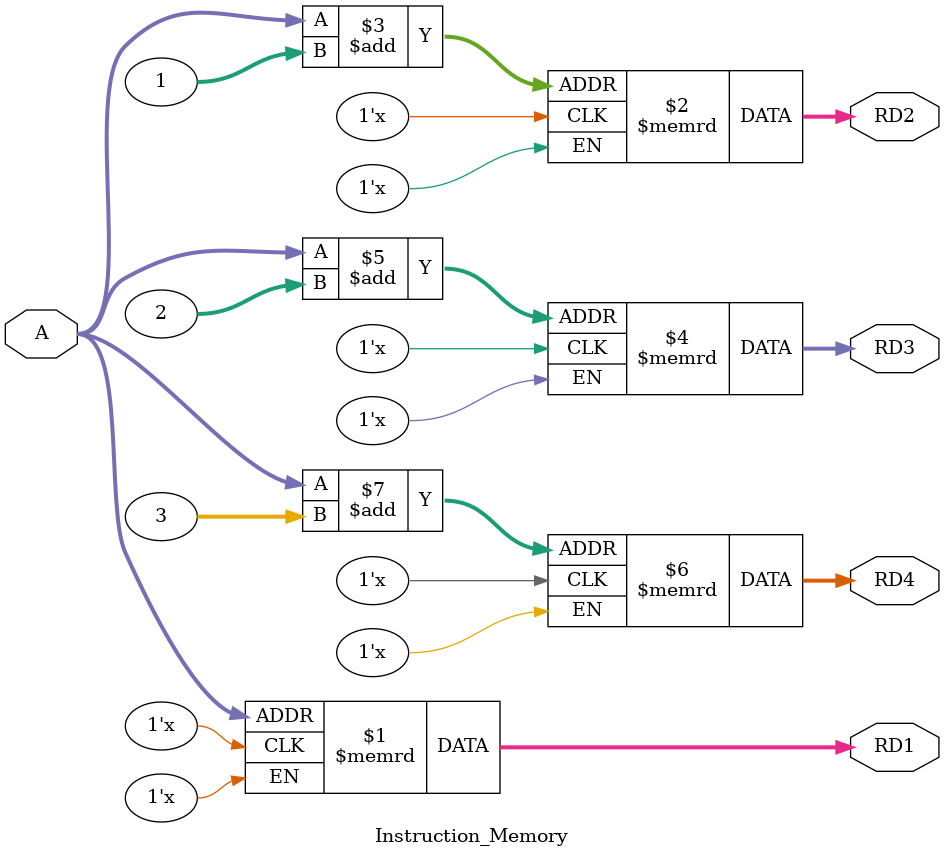
<source format=v>
module Instruction_Memory(input [5:0] A,
            output [31:0] RD1,RD2,RD3,RD4);

  reg [31:0] RAM[63:0];

  assign RD1 = RAM[A];
  assign RD2 = RAM[A+1];
  assign RD3 = RAM[A+2];
  assign RD4 = RAM[A+3];
endmodule

</source>
